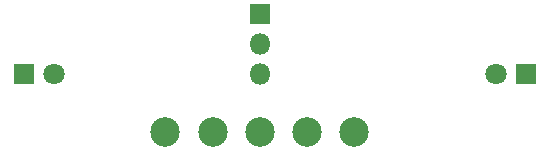
<source format=gbr>
G04 #@! TF.GenerationSoftware,KiCad,Pcbnew,(5.0.0)*
G04 #@! TF.CreationDate,2018-08-20T08:15:06+02:00*
G04 #@! TF.ProjectId,CockpitLED,436F636B7069744C45442E6B69636164,rev?*
G04 #@! TF.SameCoordinates,Original*
G04 #@! TF.FileFunction,Copper,L2,Bot,Signal*
G04 #@! TF.FilePolarity,Positive*
%FSLAX46Y46*%
G04 Gerber Fmt 4.6, Leading zero omitted, Abs format (unit mm)*
G04 Created by KiCad (PCBNEW (5.0.0)) date 08/20/18 08:15:06*
%MOMM*%
%LPD*%
G01*
G04 APERTURE LIST*
G04 #@! TA.AperFunction,ComponentPad*
%ADD10R,1.800000X1.800000*%
G04 #@! TD*
G04 #@! TA.AperFunction,ComponentPad*
%ADD11O,1.800000X1.800000*%
G04 #@! TD*
G04 #@! TA.AperFunction,ComponentPad*
%ADD12C,1.800000*%
G04 #@! TD*
G04 #@! TA.AperFunction,ComponentPad*
%ADD13C,2.499360*%
G04 #@! TD*
G04 APERTURE END LIST*
D10*
G04 #@! TO.P,U1,1*
G04 #@! TO.N,+12V*
X140000000Y-104920000D03*
D11*
G04 #@! TO.P,U1,2*
G04 #@! TO.N,GND*
X140000000Y-107460000D03*
G04 #@! TO.P,U1,3*
G04 #@! TO.N,+5V*
X140000000Y-110000000D03*
G04 #@! TD*
D10*
G04 #@! TO.P,D1,1*
G04 #@! TO.N,GND*
X120000000Y-110000000D03*
D12*
G04 #@! TO.P,D1,2*
G04 #@! TO.N,Net-(D1-Pad2)*
X122540000Y-110000000D03*
G04 #@! TD*
G04 #@! TO.P,D2,2*
G04 #@! TO.N,Net-(D2-Pad2)*
X160000000Y-110000000D03*
D10*
G04 #@! TO.P,D2,1*
G04 #@! TO.N,GND*
X162540000Y-110000000D03*
G04 #@! TD*
D13*
G04 #@! TO.P,REF\002A\002A,1*
G04 #@! TO.N,/BMS*
X148000000Y-114920000D03*
G04 #@! TD*
G04 #@! TO.P,REF\002A\002A,1*
G04 #@! TO.N,GND*
X144000000Y-114920000D03*
G04 #@! TD*
G04 #@! TO.P,REF\002A\002A,1*
G04 #@! TO.N,+5V*
X140000000Y-114920000D03*
G04 #@! TD*
G04 #@! TO.P,REF\002A\002A,1*
G04 #@! TO.N,/IMD*
X132000000Y-114920000D03*
G04 #@! TD*
G04 #@! TO.P,REF\002A\002A,1*
G04 #@! TO.N,+12V*
X136000000Y-114920000D03*
G04 #@! TD*
M02*

</source>
